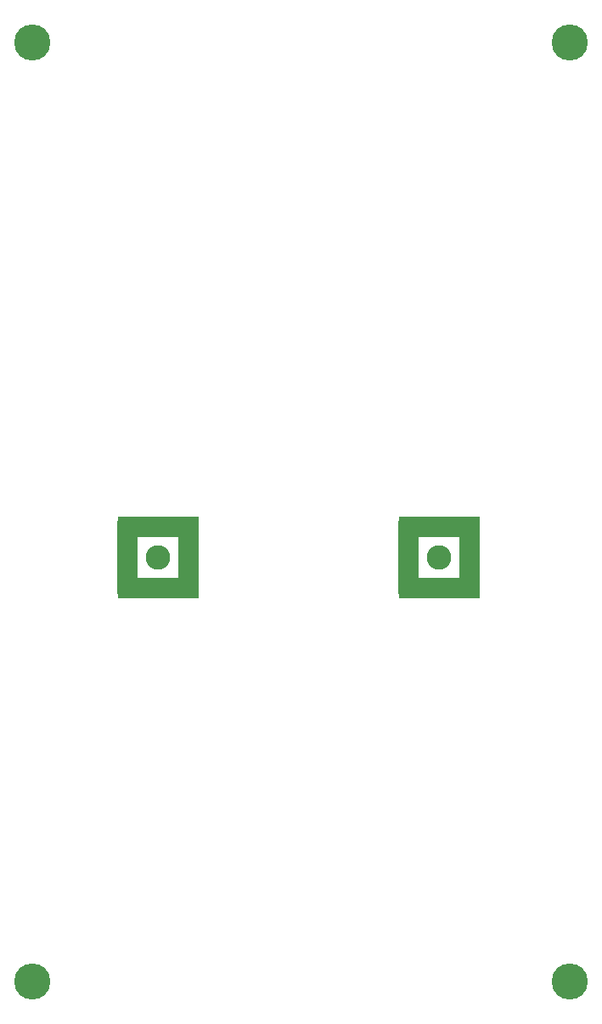
<source format=gbs>
G04 #@! TF.GenerationSoftware,KiCad,Pcbnew,(2017-07-25 revision 161045f)-master*
G04 #@! TF.CreationDate,2017-07-26T13:36:44+03:00*
G04 #@! TF.ProjectId,patch_1x5,70617463685F3178352E6B696361645F,rev?*
G04 #@! TF.SameCoordinates,Original*
G04 #@! TF.FileFunction,Soldermask,Bot*
G04 #@! TF.FilePolarity,Negative*
%FSLAX46Y46*%
G04 Gerber Fmt 4.6, Leading zero omitted, Abs format (unit mm)*
G04 Created by KiCad (PCBNEW (2017-07-25 revision 161045f)-master) date Wed Jul 26 13:36:44 2017*
%MOMM*%
%LPD*%
G01*
G04 APERTURE LIST*
%ADD10C,1.100000*%
%ADD11R,7.400000X2.000000*%
%ADD12R,2.000000X7.400000*%
%ADD13R,2.800000X2.000000*%
%ADD14C,2.450000*%
%ADD15C,3.600000*%
G04 APERTURE END LIST*
D10*
X141541000Y-112934780D03*
X113541000Y-112934780D03*
D11*
X141550000Y-109870000D03*
X141650000Y-116030000D03*
D12*
X144600000Y-113000000D03*
X138500000Y-112950000D03*
D13*
X138890000Y-116030000D03*
X144210000Y-116030000D03*
X144210000Y-109870000D03*
X138890000Y-109870000D03*
D14*
X141550000Y-112950000D03*
D11*
X113550000Y-109870000D03*
X113650000Y-116030000D03*
D12*
X116600000Y-113000000D03*
X110500000Y-112950000D03*
D13*
X110890000Y-116030000D03*
X116210000Y-116030000D03*
X116210000Y-109870000D03*
X110890000Y-109870000D03*
D14*
X113550000Y-112950000D03*
D15*
X154600000Y-155200000D03*
X101000000Y-155200000D03*
X101000000Y-61600000D03*
X154600000Y-61600000D03*
M02*

</source>
